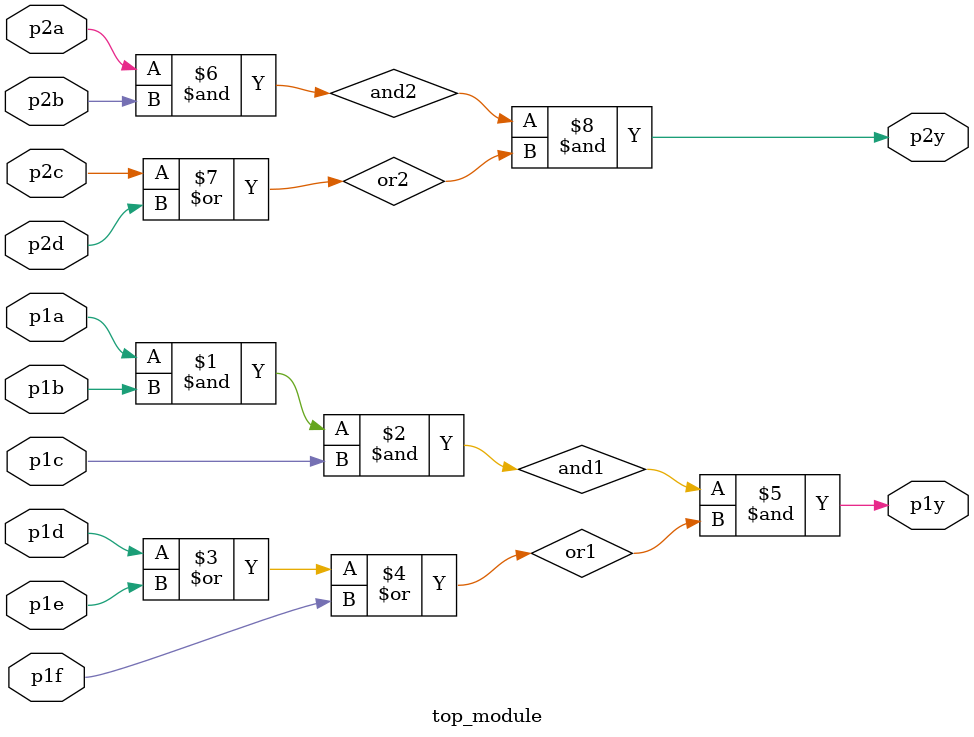
<source format=sv>
module top_module(
    input p1a, 
    input p1b, 
    input p1c, 
    input p1d,
    input p1e,
    input p1f,
    input p2a, 
    input p2b, 
    input p2c, 
    input p2d, 
    output p1y, 
    output p2y
);

    wire and1, or1;
    wire and2, or2;

    // Logical AND and OR for p1y
    assign and1 = p1a & p1b & p1c;
    assign or1 = p1d | p1e | p1f;
    assign p1y = and1 & or1;

    // Logical AND and OR for p2y
    assign and2 = p2a & p2b;
    assign or2 = p2c | p2d;
    assign p2y = and2 & or2;

endmodule

</source>
